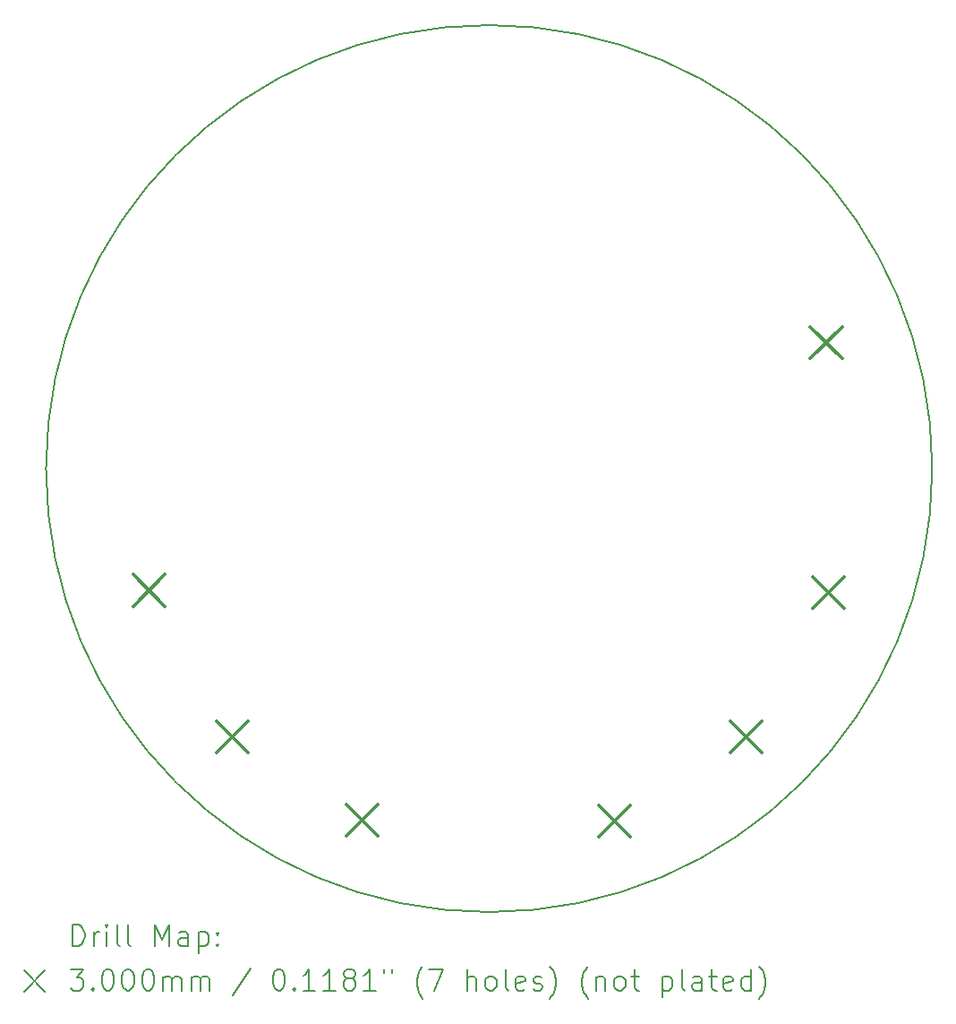
<source format=gbr>
%TF.GenerationSoftware,KiCad,Pcbnew,7.0.11*%
%TF.CreationDate,2024-03-28T06:09:02-04:00*%
%TF.ProjectId,Motherboard,4d6f7468-6572-4626-9f61-72642e6b6963,rev?*%
%TF.SameCoordinates,Original*%
%TF.FileFunction,Drillmap*%
%TF.FilePolarity,Positive*%
%FSLAX45Y45*%
G04 Gerber Fmt 4.5, Leading zero omitted, Abs format (unit mm)*
G04 Created by KiCad (PCBNEW 7.0.11) date 2024-03-28 06:09:02*
%MOMM*%
%LPD*%
G01*
G04 APERTURE LIST*
%ADD10C,0.200000*%
%ADD11C,0.299999*%
G04 APERTURE END LIST*
D10*
X23396000Y-12290500D02*
G75*
G03*
X15014000Y-12290500I-4191000J0D01*
G01*
X15014000Y-12290500D02*
G75*
G03*
X23396000Y-12290500I4191000J0D01*
G01*
D11*
X15838000Y-13292500D02*
X16138000Y-13592500D01*
X16138000Y-13292500D02*
X15838000Y-13592500D01*
X16625020Y-14677480D02*
X16925020Y-14977480D01*
X16925020Y-14677480D02*
X16625020Y-14977480D01*
X17853013Y-15465333D02*
X18153013Y-15765333D01*
X18153013Y-15465333D02*
X17853013Y-15765333D01*
X20241987Y-15472833D02*
X20541987Y-15772833D01*
X20541987Y-15472833D02*
X20241987Y-15772833D01*
X21484980Y-14677480D02*
X21784980Y-14977480D01*
X21784980Y-14677480D02*
X21484980Y-14977480D01*
X22245000Y-10952500D02*
X22545000Y-11252500D01*
X22545000Y-10952500D02*
X22245000Y-11252500D01*
X22265000Y-13312500D02*
X22565000Y-13612500D01*
X22565000Y-13312500D02*
X22265000Y-13612500D01*
D10*
X15264777Y-16802984D02*
X15264777Y-16602984D01*
X15264777Y-16602984D02*
X15312396Y-16602984D01*
X15312396Y-16602984D02*
X15340967Y-16612508D01*
X15340967Y-16612508D02*
X15360015Y-16631555D01*
X15360015Y-16631555D02*
X15369539Y-16650603D01*
X15369539Y-16650603D02*
X15379062Y-16688698D01*
X15379062Y-16688698D02*
X15379062Y-16717269D01*
X15379062Y-16717269D02*
X15369539Y-16755365D01*
X15369539Y-16755365D02*
X15360015Y-16774412D01*
X15360015Y-16774412D02*
X15340967Y-16793460D01*
X15340967Y-16793460D02*
X15312396Y-16802984D01*
X15312396Y-16802984D02*
X15264777Y-16802984D01*
X15464777Y-16802984D02*
X15464777Y-16669650D01*
X15464777Y-16707746D02*
X15474301Y-16688698D01*
X15474301Y-16688698D02*
X15483824Y-16679174D01*
X15483824Y-16679174D02*
X15502872Y-16669650D01*
X15502872Y-16669650D02*
X15521920Y-16669650D01*
X15588586Y-16802984D02*
X15588586Y-16669650D01*
X15588586Y-16602984D02*
X15579062Y-16612508D01*
X15579062Y-16612508D02*
X15588586Y-16622031D01*
X15588586Y-16622031D02*
X15598110Y-16612508D01*
X15598110Y-16612508D02*
X15588586Y-16602984D01*
X15588586Y-16602984D02*
X15588586Y-16622031D01*
X15712396Y-16802984D02*
X15693348Y-16793460D01*
X15693348Y-16793460D02*
X15683824Y-16774412D01*
X15683824Y-16774412D02*
X15683824Y-16602984D01*
X15817158Y-16802984D02*
X15798110Y-16793460D01*
X15798110Y-16793460D02*
X15788586Y-16774412D01*
X15788586Y-16774412D02*
X15788586Y-16602984D01*
X16045729Y-16802984D02*
X16045729Y-16602984D01*
X16045729Y-16602984D02*
X16112396Y-16745841D01*
X16112396Y-16745841D02*
X16179062Y-16602984D01*
X16179062Y-16602984D02*
X16179062Y-16802984D01*
X16360015Y-16802984D02*
X16360015Y-16698222D01*
X16360015Y-16698222D02*
X16350491Y-16679174D01*
X16350491Y-16679174D02*
X16331443Y-16669650D01*
X16331443Y-16669650D02*
X16293348Y-16669650D01*
X16293348Y-16669650D02*
X16274301Y-16679174D01*
X16360015Y-16793460D02*
X16340967Y-16802984D01*
X16340967Y-16802984D02*
X16293348Y-16802984D01*
X16293348Y-16802984D02*
X16274301Y-16793460D01*
X16274301Y-16793460D02*
X16264777Y-16774412D01*
X16264777Y-16774412D02*
X16264777Y-16755365D01*
X16264777Y-16755365D02*
X16274301Y-16736317D01*
X16274301Y-16736317D02*
X16293348Y-16726793D01*
X16293348Y-16726793D02*
X16340967Y-16726793D01*
X16340967Y-16726793D02*
X16360015Y-16717269D01*
X16455253Y-16669650D02*
X16455253Y-16869650D01*
X16455253Y-16679174D02*
X16474301Y-16669650D01*
X16474301Y-16669650D02*
X16512396Y-16669650D01*
X16512396Y-16669650D02*
X16531443Y-16679174D01*
X16531443Y-16679174D02*
X16540967Y-16688698D01*
X16540967Y-16688698D02*
X16550491Y-16707746D01*
X16550491Y-16707746D02*
X16550491Y-16764888D01*
X16550491Y-16764888D02*
X16540967Y-16783936D01*
X16540967Y-16783936D02*
X16531443Y-16793460D01*
X16531443Y-16793460D02*
X16512396Y-16802984D01*
X16512396Y-16802984D02*
X16474301Y-16802984D01*
X16474301Y-16802984D02*
X16455253Y-16793460D01*
X16636205Y-16783936D02*
X16645729Y-16793460D01*
X16645729Y-16793460D02*
X16636205Y-16802984D01*
X16636205Y-16802984D02*
X16626682Y-16793460D01*
X16626682Y-16793460D02*
X16636205Y-16783936D01*
X16636205Y-16783936D02*
X16636205Y-16802984D01*
X16636205Y-16679174D02*
X16645729Y-16688698D01*
X16645729Y-16688698D02*
X16636205Y-16698222D01*
X16636205Y-16698222D02*
X16626682Y-16688698D01*
X16626682Y-16688698D02*
X16636205Y-16679174D01*
X16636205Y-16679174D02*
X16636205Y-16698222D01*
X14804000Y-17031500D02*
X15004000Y-17231500D01*
X15004000Y-17031500D02*
X14804000Y-17231500D01*
X15245729Y-17022984D02*
X15369539Y-17022984D01*
X15369539Y-17022984D02*
X15302872Y-17099174D01*
X15302872Y-17099174D02*
X15331443Y-17099174D01*
X15331443Y-17099174D02*
X15350491Y-17108698D01*
X15350491Y-17108698D02*
X15360015Y-17118222D01*
X15360015Y-17118222D02*
X15369539Y-17137270D01*
X15369539Y-17137270D02*
X15369539Y-17184889D01*
X15369539Y-17184889D02*
X15360015Y-17203936D01*
X15360015Y-17203936D02*
X15350491Y-17213460D01*
X15350491Y-17213460D02*
X15331443Y-17222984D01*
X15331443Y-17222984D02*
X15274301Y-17222984D01*
X15274301Y-17222984D02*
X15255253Y-17213460D01*
X15255253Y-17213460D02*
X15245729Y-17203936D01*
X15455253Y-17203936D02*
X15464777Y-17213460D01*
X15464777Y-17213460D02*
X15455253Y-17222984D01*
X15455253Y-17222984D02*
X15445729Y-17213460D01*
X15445729Y-17213460D02*
X15455253Y-17203936D01*
X15455253Y-17203936D02*
X15455253Y-17222984D01*
X15588586Y-17022984D02*
X15607634Y-17022984D01*
X15607634Y-17022984D02*
X15626682Y-17032508D01*
X15626682Y-17032508D02*
X15636205Y-17042031D01*
X15636205Y-17042031D02*
X15645729Y-17061079D01*
X15645729Y-17061079D02*
X15655253Y-17099174D01*
X15655253Y-17099174D02*
X15655253Y-17146793D01*
X15655253Y-17146793D02*
X15645729Y-17184889D01*
X15645729Y-17184889D02*
X15636205Y-17203936D01*
X15636205Y-17203936D02*
X15626682Y-17213460D01*
X15626682Y-17213460D02*
X15607634Y-17222984D01*
X15607634Y-17222984D02*
X15588586Y-17222984D01*
X15588586Y-17222984D02*
X15569539Y-17213460D01*
X15569539Y-17213460D02*
X15560015Y-17203936D01*
X15560015Y-17203936D02*
X15550491Y-17184889D01*
X15550491Y-17184889D02*
X15540967Y-17146793D01*
X15540967Y-17146793D02*
X15540967Y-17099174D01*
X15540967Y-17099174D02*
X15550491Y-17061079D01*
X15550491Y-17061079D02*
X15560015Y-17042031D01*
X15560015Y-17042031D02*
X15569539Y-17032508D01*
X15569539Y-17032508D02*
X15588586Y-17022984D01*
X15779062Y-17022984D02*
X15798110Y-17022984D01*
X15798110Y-17022984D02*
X15817158Y-17032508D01*
X15817158Y-17032508D02*
X15826682Y-17042031D01*
X15826682Y-17042031D02*
X15836205Y-17061079D01*
X15836205Y-17061079D02*
X15845729Y-17099174D01*
X15845729Y-17099174D02*
X15845729Y-17146793D01*
X15845729Y-17146793D02*
X15836205Y-17184889D01*
X15836205Y-17184889D02*
X15826682Y-17203936D01*
X15826682Y-17203936D02*
X15817158Y-17213460D01*
X15817158Y-17213460D02*
X15798110Y-17222984D01*
X15798110Y-17222984D02*
X15779062Y-17222984D01*
X15779062Y-17222984D02*
X15760015Y-17213460D01*
X15760015Y-17213460D02*
X15750491Y-17203936D01*
X15750491Y-17203936D02*
X15740967Y-17184889D01*
X15740967Y-17184889D02*
X15731443Y-17146793D01*
X15731443Y-17146793D02*
X15731443Y-17099174D01*
X15731443Y-17099174D02*
X15740967Y-17061079D01*
X15740967Y-17061079D02*
X15750491Y-17042031D01*
X15750491Y-17042031D02*
X15760015Y-17032508D01*
X15760015Y-17032508D02*
X15779062Y-17022984D01*
X15969539Y-17022984D02*
X15988586Y-17022984D01*
X15988586Y-17022984D02*
X16007634Y-17032508D01*
X16007634Y-17032508D02*
X16017158Y-17042031D01*
X16017158Y-17042031D02*
X16026682Y-17061079D01*
X16026682Y-17061079D02*
X16036205Y-17099174D01*
X16036205Y-17099174D02*
X16036205Y-17146793D01*
X16036205Y-17146793D02*
X16026682Y-17184889D01*
X16026682Y-17184889D02*
X16017158Y-17203936D01*
X16017158Y-17203936D02*
X16007634Y-17213460D01*
X16007634Y-17213460D02*
X15988586Y-17222984D01*
X15988586Y-17222984D02*
X15969539Y-17222984D01*
X15969539Y-17222984D02*
X15950491Y-17213460D01*
X15950491Y-17213460D02*
X15940967Y-17203936D01*
X15940967Y-17203936D02*
X15931443Y-17184889D01*
X15931443Y-17184889D02*
X15921920Y-17146793D01*
X15921920Y-17146793D02*
X15921920Y-17099174D01*
X15921920Y-17099174D02*
X15931443Y-17061079D01*
X15931443Y-17061079D02*
X15940967Y-17042031D01*
X15940967Y-17042031D02*
X15950491Y-17032508D01*
X15950491Y-17032508D02*
X15969539Y-17022984D01*
X16121920Y-17222984D02*
X16121920Y-17089650D01*
X16121920Y-17108698D02*
X16131443Y-17099174D01*
X16131443Y-17099174D02*
X16150491Y-17089650D01*
X16150491Y-17089650D02*
X16179063Y-17089650D01*
X16179063Y-17089650D02*
X16198110Y-17099174D01*
X16198110Y-17099174D02*
X16207634Y-17118222D01*
X16207634Y-17118222D02*
X16207634Y-17222984D01*
X16207634Y-17118222D02*
X16217158Y-17099174D01*
X16217158Y-17099174D02*
X16236205Y-17089650D01*
X16236205Y-17089650D02*
X16264777Y-17089650D01*
X16264777Y-17089650D02*
X16283824Y-17099174D01*
X16283824Y-17099174D02*
X16293348Y-17118222D01*
X16293348Y-17118222D02*
X16293348Y-17222984D01*
X16388586Y-17222984D02*
X16388586Y-17089650D01*
X16388586Y-17108698D02*
X16398110Y-17099174D01*
X16398110Y-17099174D02*
X16417158Y-17089650D01*
X16417158Y-17089650D02*
X16445729Y-17089650D01*
X16445729Y-17089650D02*
X16464777Y-17099174D01*
X16464777Y-17099174D02*
X16474301Y-17118222D01*
X16474301Y-17118222D02*
X16474301Y-17222984D01*
X16474301Y-17118222D02*
X16483824Y-17099174D01*
X16483824Y-17099174D02*
X16502872Y-17089650D01*
X16502872Y-17089650D02*
X16531443Y-17089650D01*
X16531443Y-17089650D02*
X16550491Y-17099174D01*
X16550491Y-17099174D02*
X16560015Y-17118222D01*
X16560015Y-17118222D02*
X16560015Y-17222984D01*
X16950491Y-17013460D02*
X16779063Y-17270603D01*
X17207634Y-17022984D02*
X17226682Y-17022984D01*
X17226682Y-17022984D02*
X17245729Y-17032508D01*
X17245729Y-17032508D02*
X17255253Y-17042031D01*
X17255253Y-17042031D02*
X17264777Y-17061079D01*
X17264777Y-17061079D02*
X17274301Y-17099174D01*
X17274301Y-17099174D02*
X17274301Y-17146793D01*
X17274301Y-17146793D02*
X17264777Y-17184889D01*
X17264777Y-17184889D02*
X17255253Y-17203936D01*
X17255253Y-17203936D02*
X17245729Y-17213460D01*
X17245729Y-17213460D02*
X17226682Y-17222984D01*
X17226682Y-17222984D02*
X17207634Y-17222984D01*
X17207634Y-17222984D02*
X17188587Y-17213460D01*
X17188587Y-17213460D02*
X17179063Y-17203936D01*
X17179063Y-17203936D02*
X17169539Y-17184889D01*
X17169539Y-17184889D02*
X17160015Y-17146793D01*
X17160015Y-17146793D02*
X17160015Y-17099174D01*
X17160015Y-17099174D02*
X17169539Y-17061079D01*
X17169539Y-17061079D02*
X17179063Y-17042031D01*
X17179063Y-17042031D02*
X17188587Y-17032508D01*
X17188587Y-17032508D02*
X17207634Y-17022984D01*
X17360015Y-17203936D02*
X17369539Y-17213460D01*
X17369539Y-17213460D02*
X17360015Y-17222984D01*
X17360015Y-17222984D02*
X17350491Y-17213460D01*
X17350491Y-17213460D02*
X17360015Y-17203936D01*
X17360015Y-17203936D02*
X17360015Y-17222984D01*
X17560015Y-17222984D02*
X17445729Y-17222984D01*
X17502872Y-17222984D02*
X17502872Y-17022984D01*
X17502872Y-17022984D02*
X17483825Y-17051555D01*
X17483825Y-17051555D02*
X17464777Y-17070603D01*
X17464777Y-17070603D02*
X17445729Y-17080127D01*
X17750491Y-17222984D02*
X17636206Y-17222984D01*
X17693348Y-17222984D02*
X17693348Y-17022984D01*
X17693348Y-17022984D02*
X17674301Y-17051555D01*
X17674301Y-17051555D02*
X17655253Y-17070603D01*
X17655253Y-17070603D02*
X17636206Y-17080127D01*
X17864777Y-17108698D02*
X17845729Y-17099174D01*
X17845729Y-17099174D02*
X17836206Y-17089650D01*
X17836206Y-17089650D02*
X17826682Y-17070603D01*
X17826682Y-17070603D02*
X17826682Y-17061079D01*
X17826682Y-17061079D02*
X17836206Y-17042031D01*
X17836206Y-17042031D02*
X17845729Y-17032508D01*
X17845729Y-17032508D02*
X17864777Y-17022984D01*
X17864777Y-17022984D02*
X17902872Y-17022984D01*
X17902872Y-17022984D02*
X17921920Y-17032508D01*
X17921920Y-17032508D02*
X17931444Y-17042031D01*
X17931444Y-17042031D02*
X17940968Y-17061079D01*
X17940968Y-17061079D02*
X17940968Y-17070603D01*
X17940968Y-17070603D02*
X17931444Y-17089650D01*
X17931444Y-17089650D02*
X17921920Y-17099174D01*
X17921920Y-17099174D02*
X17902872Y-17108698D01*
X17902872Y-17108698D02*
X17864777Y-17108698D01*
X17864777Y-17108698D02*
X17845729Y-17118222D01*
X17845729Y-17118222D02*
X17836206Y-17127746D01*
X17836206Y-17127746D02*
X17826682Y-17146793D01*
X17826682Y-17146793D02*
X17826682Y-17184889D01*
X17826682Y-17184889D02*
X17836206Y-17203936D01*
X17836206Y-17203936D02*
X17845729Y-17213460D01*
X17845729Y-17213460D02*
X17864777Y-17222984D01*
X17864777Y-17222984D02*
X17902872Y-17222984D01*
X17902872Y-17222984D02*
X17921920Y-17213460D01*
X17921920Y-17213460D02*
X17931444Y-17203936D01*
X17931444Y-17203936D02*
X17940968Y-17184889D01*
X17940968Y-17184889D02*
X17940968Y-17146793D01*
X17940968Y-17146793D02*
X17931444Y-17127746D01*
X17931444Y-17127746D02*
X17921920Y-17118222D01*
X17921920Y-17118222D02*
X17902872Y-17108698D01*
X18131444Y-17222984D02*
X18017158Y-17222984D01*
X18074301Y-17222984D02*
X18074301Y-17022984D01*
X18074301Y-17022984D02*
X18055253Y-17051555D01*
X18055253Y-17051555D02*
X18036206Y-17070603D01*
X18036206Y-17070603D02*
X18017158Y-17080127D01*
X18207634Y-17022984D02*
X18207634Y-17061079D01*
X18283825Y-17022984D02*
X18283825Y-17061079D01*
X18579063Y-17299174D02*
X18569539Y-17289650D01*
X18569539Y-17289650D02*
X18550491Y-17261079D01*
X18550491Y-17261079D02*
X18540968Y-17242031D01*
X18540968Y-17242031D02*
X18531444Y-17213460D01*
X18531444Y-17213460D02*
X18521920Y-17165841D01*
X18521920Y-17165841D02*
X18521920Y-17127746D01*
X18521920Y-17127746D02*
X18531444Y-17080127D01*
X18531444Y-17080127D02*
X18540968Y-17051555D01*
X18540968Y-17051555D02*
X18550491Y-17032508D01*
X18550491Y-17032508D02*
X18569539Y-17003936D01*
X18569539Y-17003936D02*
X18579063Y-16994412D01*
X18636206Y-17022984D02*
X18769539Y-17022984D01*
X18769539Y-17022984D02*
X18683825Y-17222984D01*
X18998111Y-17222984D02*
X18998111Y-17022984D01*
X19083825Y-17222984D02*
X19083825Y-17118222D01*
X19083825Y-17118222D02*
X19074301Y-17099174D01*
X19074301Y-17099174D02*
X19055253Y-17089650D01*
X19055253Y-17089650D02*
X19026682Y-17089650D01*
X19026682Y-17089650D02*
X19007634Y-17099174D01*
X19007634Y-17099174D02*
X18998111Y-17108698D01*
X19207634Y-17222984D02*
X19188587Y-17213460D01*
X19188587Y-17213460D02*
X19179063Y-17203936D01*
X19179063Y-17203936D02*
X19169539Y-17184889D01*
X19169539Y-17184889D02*
X19169539Y-17127746D01*
X19169539Y-17127746D02*
X19179063Y-17108698D01*
X19179063Y-17108698D02*
X19188587Y-17099174D01*
X19188587Y-17099174D02*
X19207634Y-17089650D01*
X19207634Y-17089650D02*
X19236206Y-17089650D01*
X19236206Y-17089650D02*
X19255253Y-17099174D01*
X19255253Y-17099174D02*
X19264777Y-17108698D01*
X19264777Y-17108698D02*
X19274301Y-17127746D01*
X19274301Y-17127746D02*
X19274301Y-17184889D01*
X19274301Y-17184889D02*
X19264777Y-17203936D01*
X19264777Y-17203936D02*
X19255253Y-17213460D01*
X19255253Y-17213460D02*
X19236206Y-17222984D01*
X19236206Y-17222984D02*
X19207634Y-17222984D01*
X19388587Y-17222984D02*
X19369539Y-17213460D01*
X19369539Y-17213460D02*
X19360015Y-17194412D01*
X19360015Y-17194412D02*
X19360015Y-17022984D01*
X19540968Y-17213460D02*
X19521920Y-17222984D01*
X19521920Y-17222984D02*
X19483825Y-17222984D01*
X19483825Y-17222984D02*
X19464777Y-17213460D01*
X19464777Y-17213460D02*
X19455253Y-17194412D01*
X19455253Y-17194412D02*
X19455253Y-17118222D01*
X19455253Y-17118222D02*
X19464777Y-17099174D01*
X19464777Y-17099174D02*
X19483825Y-17089650D01*
X19483825Y-17089650D02*
X19521920Y-17089650D01*
X19521920Y-17089650D02*
X19540968Y-17099174D01*
X19540968Y-17099174D02*
X19550492Y-17118222D01*
X19550492Y-17118222D02*
X19550492Y-17137270D01*
X19550492Y-17137270D02*
X19455253Y-17156317D01*
X19626682Y-17213460D02*
X19645730Y-17222984D01*
X19645730Y-17222984D02*
X19683825Y-17222984D01*
X19683825Y-17222984D02*
X19702873Y-17213460D01*
X19702873Y-17213460D02*
X19712396Y-17194412D01*
X19712396Y-17194412D02*
X19712396Y-17184889D01*
X19712396Y-17184889D02*
X19702873Y-17165841D01*
X19702873Y-17165841D02*
X19683825Y-17156317D01*
X19683825Y-17156317D02*
X19655253Y-17156317D01*
X19655253Y-17156317D02*
X19636206Y-17146793D01*
X19636206Y-17146793D02*
X19626682Y-17127746D01*
X19626682Y-17127746D02*
X19626682Y-17118222D01*
X19626682Y-17118222D02*
X19636206Y-17099174D01*
X19636206Y-17099174D02*
X19655253Y-17089650D01*
X19655253Y-17089650D02*
X19683825Y-17089650D01*
X19683825Y-17089650D02*
X19702873Y-17099174D01*
X19779063Y-17299174D02*
X19788587Y-17289650D01*
X19788587Y-17289650D02*
X19807634Y-17261079D01*
X19807634Y-17261079D02*
X19817158Y-17242031D01*
X19817158Y-17242031D02*
X19826682Y-17213460D01*
X19826682Y-17213460D02*
X19836206Y-17165841D01*
X19836206Y-17165841D02*
X19836206Y-17127746D01*
X19836206Y-17127746D02*
X19826682Y-17080127D01*
X19826682Y-17080127D02*
X19817158Y-17051555D01*
X19817158Y-17051555D02*
X19807634Y-17032508D01*
X19807634Y-17032508D02*
X19788587Y-17003936D01*
X19788587Y-17003936D02*
X19779063Y-16994412D01*
X20140968Y-17299174D02*
X20131444Y-17289650D01*
X20131444Y-17289650D02*
X20112396Y-17261079D01*
X20112396Y-17261079D02*
X20102873Y-17242031D01*
X20102873Y-17242031D02*
X20093349Y-17213460D01*
X20093349Y-17213460D02*
X20083825Y-17165841D01*
X20083825Y-17165841D02*
X20083825Y-17127746D01*
X20083825Y-17127746D02*
X20093349Y-17080127D01*
X20093349Y-17080127D02*
X20102873Y-17051555D01*
X20102873Y-17051555D02*
X20112396Y-17032508D01*
X20112396Y-17032508D02*
X20131444Y-17003936D01*
X20131444Y-17003936D02*
X20140968Y-16994412D01*
X20217158Y-17089650D02*
X20217158Y-17222984D01*
X20217158Y-17108698D02*
X20226682Y-17099174D01*
X20226682Y-17099174D02*
X20245730Y-17089650D01*
X20245730Y-17089650D02*
X20274301Y-17089650D01*
X20274301Y-17089650D02*
X20293349Y-17099174D01*
X20293349Y-17099174D02*
X20302873Y-17118222D01*
X20302873Y-17118222D02*
X20302873Y-17222984D01*
X20426682Y-17222984D02*
X20407634Y-17213460D01*
X20407634Y-17213460D02*
X20398111Y-17203936D01*
X20398111Y-17203936D02*
X20388587Y-17184889D01*
X20388587Y-17184889D02*
X20388587Y-17127746D01*
X20388587Y-17127746D02*
X20398111Y-17108698D01*
X20398111Y-17108698D02*
X20407634Y-17099174D01*
X20407634Y-17099174D02*
X20426682Y-17089650D01*
X20426682Y-17089650D02*
X20455254Y-17089650D01*
X20455254Y-17089650D02*
X20474301Y-17099174D01*
X20474301Y-17099174D02*
X20483825Y-17108698D01*
X20483825Y-17108698D02*
X20493349Y-17127746D01*
X20493349Y-17127746D02*
X20493349Y-17184889D01*
X20493349Y-17184889D02*
X20483825Y-17203936D01*
X20483825Y-17203936D02*
X20474301Y-17213460D01*
X20474301Y-17213460D02*
X20455254Y-17222984D01*
X20455254Y-17222984D02*
X20426682Y-17222984D01*
X20550492Y-17089650D02*
X20626682Y-17089650D01*
X20579063Y-17022984D02*
X20579063Y-17194412D01*
X20579063Y-17194412D02*
X20588587Y-17213460D01*
X20588587Y-17213460D02*
X20607634Y-17222984D01*
X20607634Y-17222984D02*
X20626682Y-17222984D01*
X20845730Y-17089650D02*
X20845730Y-17289650D01*
X20845730Y-17099174D02*
X20864777Y-17089650D01*
X20864777Y-17089650D02*
X20902873Y-17089650D01*
X20902873Y-17089650D02*
X20921920Y-17099174D01*
X20921920Y-17099174D02*
X20931444Y-17108698D01*
X20931444Y-17108698D02*
X20940968Y-17127746D01*
X20940968Y-17127746D02*
X20940968Y-17184889D01*
X20940968Y-17184889D02*
X20931444Y-17203936D01*
X20931444Y-17203936D02*
X20921920Y-17213460D01*
X20921920Y-17213460D02*
X20902873Y-17222984D01*
X20902873Y-17222984D02*
X20864777Y-17222984D01*
X20864777Y-17222984D02*
X20845730Y-17213460D01*
X21055254Y-17222984D02*
X21036206Y-17213460D01*
X21036206Y-17213460D02*
X21026682Y-17194412D01*
X21026682Y-17194412D02*
X21026682Y-17022984D01*
X21217158Y-17222984D02*
X21217158Y-17118222D01*
X21217158Y-17118222D02*
X21207635Y-17099174D01*
X21207635Y-17099174D02*
X21188587Y-17089650D01*
X21188587Y-17089650D02*
X21150492Y-17089650D01*
X21150492Y-17089650D02*
X21131444Y-17099174D01*
X21217158Y-17213460D02*
X21198111Y-17222984D01*
X21198111Y-17222984D02*
X21150492Y-17222984D01*
X21150492Y-17222984D02*
X21131444Y-17213460D01*
X21131444Y-17213460D02*
X21121920Y-17194412D01*
X21121920Y-17194412D02*
X21121920Y-17175365D01*
X21121920Y-17175365D02*
X21131444Y-17156317D01*
X21131444Y-17156317D02*
X21150492Y-17146793D01*
X21150492Y-17146793D02*
X21198111Y-17146793D01*
X21198111Y-17146793D02*
X21217158Y-17137270D01*
X21283825Y-17089650D02*
X21360015Y-17089650D01*
X21312396Y-17022984D02*
X21312396Y-17194412D01*
X21312396Y-17194412D02*
X21321920Y-17213460D01*
X21321920Y-17213460D02*
X21340968Y-17222984D01*
X21340968Y-17222984D02*
X21360015Y-17222984D01*
X21502873Y-17213460D02*
X21483825Y-17222984D01*
X21483825Y-17222984D02*
X21445730Y-17222984D01*
X21445730Y-17222984D02*
X21426682Y-17213460D01*
X21426682Y-17213460D02*
X21417158Y-17194412D01*
X21417158Y-17194412D02*
X21417158Y-17118222D01*
X21417158Y-17118222D02*
X21426682Y-17099174D01*
X21426682Y-17099174D02*
X21445730Y-17089650D01*
X21445730Y-17089650D02*
X21483825Y-17089650D01*
X21483825Y-17089650D02*
X21502873Y-17099174D01*
X21502873Y-17099174D02*
X21512396Y-17118222D01*
X21512396Y-17118222D02*
X21512396Y-17137270D01*
X21512396Y-17137270D02*
X21417158Y-17156317D01*
X21683825Y-17222984D02*
X21683825Y-17022984D01*
X21683825Y-17213460D02*
X21664777Y-17222984D01*
X21664777Y-17222984D02*
X21626682Y-17222984D01*
X21626682Y-17222984D02*
X21607635Y-17213460D01*
X21607635Y-17213460D02*
X21598111Y-17203936D01*
X21598111Y-17203936D02*
X21588587Y-17184889D01*
X21588587Y-17184889D02*
X21588587Y-17127746D01*
X21588587Y-17127746D02*
X21598111Y-17108698D01*
X21598111Y-17108698D02*
X21607635Y-17099174D01*
X21607635Y-17099174D02*
X21626682Y-17089650D01*
X21626682Y-17089650D02*
X21664777Y-17089650D01*
X21664777Y-17089650D02*
X21683825Y-17099174D01*
X21760016Y-17299174D02*
X21769539Y-17289650D01*
X21769539Y-17289650D02*
X21788587Y-17261079D01*
X21788587Y-17261079D02*
X21798111Y-17242031D01*
X21798111Y-17242031D02*
X21807635Y-17213460D01*
X21807635Y-17213460D02*
X21817158Y-17165841D01*
X21817158Y-17165841D02*
X21817158Y-17127746D01*
X21817158Y-17127746D02*
X21807635Y-17080127D01*
X21807635Y-17080127D02*
X21798111Y-17051555D01*
X21798111Y-17051555D02*
X21788587Y-17032508D01*
X21788587Y-17032508D02*
X21769539Y-17003936D01*
X21769539Y-17003936D02*
X21760016Y-16994412D01*
M02*

</source>
